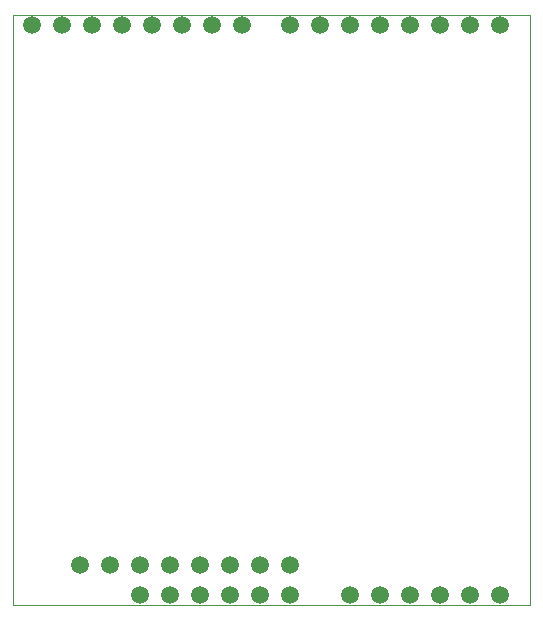
<source format=gbs>
G75*
G70*
%OFA0B0*%
%FSLAX24Y24*%
%IPPOS*%
%LPD*%
%AMOC8*
5,1,8,0,0,1.08239X$1,22.5*
%
%ADD10C,0.0000*%
%ADD11C,0.0590*%
D10*
X011436Y001147D02*
X011436Y020827D01*
X028686Y020827D01*
X028686Y001147D01*
X011436Y001147D01*
D11*
X013686Y002487D03*
X014686Y002487D03*
X015686Y002487D03*
X016686Y002487D03*
X017686Y002487D03*
X018686Y002487D03*
X019686Y002487D03*
X020686Y002487D03*
X020686Y001487D03*
X019686Y001487D03*
X018686Y001487D03*
X017686Y001487D03*
X016686Y001487D03*
X015686Y001487D03*
X022686Y001487D03*
X023686Y001487D03*
X024686Y001487D03*
X025686Y001487D03*
X026686Y001487D03*
X027686Y001487D03*
X027686Y020487D03*
X026686Y020487D03*
X025686Y020487D03*
X024686Y020487D03*
X023686Y020487D03*
X022686Y020487D03*
X021686Y020487D03*
X020686Y020487D03*
X019086Y020487D03*
X018086Y020487D03*
X017086Y020487D03*
X016086Y020487D03*
X015086Y020487D03*
X014086Y020487D03*
X013086Y020487D03*
X012086Y020487D03*
M02*

</source>
